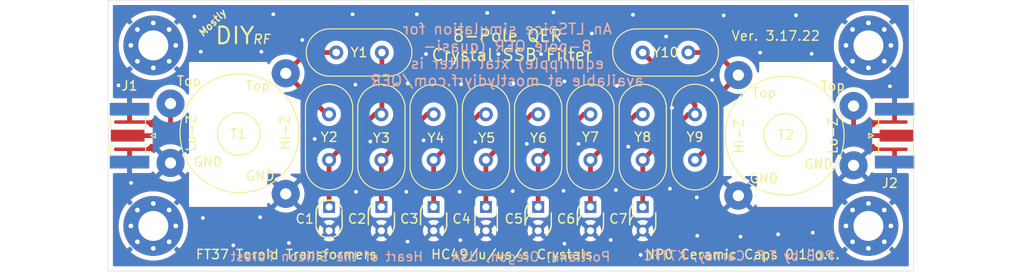
<source format=kicad_pcb>
(kicad_pcb (version 20211014) (generator pcbnew)
  (layers (0 "F.Cu" signal) (31 "B.Cu" signal) (34 "B.Paste" user) (35 "F.Paste" user) (36 "B.SilkS" user "B.Silkscreen") (37 "F.SilkS" user "F.Silkscreen") (38 "B.Mask" user) (39 "F.Mask" user) (44 "Edge.Cuts" user))
  (net 0 "")
  (net 1 "Net-(C1-Pad1)")
  (net 2 "GND")
  (net 3 "Net-(C2-Pad1)")
  (net 4 "Net-(C3-Pad1)")
  (net 5 "Net-(C4-Pad1)")
  (net 6 "Net-(C5-Pad1)")
  (net 7 "Net-(C6-Pad1)")
  (net 8 "Net-(C7-Pad1)")
  (net 9 "Net-(J1-Pad1)")
  (net 10 "Net-(J2-Pad1)")
  (net 11 "Net-(T1-Pad1)")
  (net 12 "Net-(T2-Pad1)")
  (footprint "Capacitor_THT:SR151A200JAR" (layer "F.Cu") (at 101.092 91.44 -90)
    (fp_text reference "C1" (at 0 2.6035 180) (layer "F.SilkS"))
    (fp_text value "C" hide)
    (fp_line (start -0.9652 -1.3716) (end 0.635 -1.397) (layer "F.SilkS") (width 0.1524))
    (fp_line (start -0.635 1.397) (end 0.635 1.397) (layer "F.SilkS") (width 0.1524))
    (fp_arc (start -1.8796 0.508) (mid -1.896372 -0.56817) (end -1.15979 -1.352945) (layer "F.SilkS") (width 0.1524))
    (fp_arc (start 0.635 -1.397) (mid 1.259148 -1.249819) (end 1.751782 -0.839289) (layer "F.SilkS") (width 0.1524))
    (fp_arc (start -0.635 1.397) (mid -1.182575 1.285212) (end -1.642516 0.96774) (layer "F.SilkS") (width 0.1524))
    (fp_arc (start 1.8288 -0.762) (mid 1.921791 0.595563) (end 0.814443 1.386389) (layer "F.SilkS") (width 0.1524))
    (fp_arc (start -0.635 1.397) (mid -1.422115 1.154148) (end -1.93557 0.510027) (layer "F.SilkS") (width 0.1524))
    (pad "1" thru_hole rect locked (at -1.27 0 270) (size 1.27 1.27) (drill 0.762) (layers *.Cu *.Mask) (net 1 "Net-(C1-Pad1)"))
    (pad "2" thru_hole circle locked (at 1.27 0 270) (size 1.27 1.27) (drill 0.762) (layers *.Cu *.Mask) (net 2 "GND"))
  )
  (footprint "Capacitor_THT:SR151A200JAR" (layer "F.Cu") (at 106.68 91.44 -90)
    (fp_text reference "C2" (at 0 2.6035 180) (layer "F.SilkS"))
    (fp_text value "C" hide)
    (fp_line (start -0.635 -1.397) (end 0.635 -1.397) (layer "F.SilkS") (width 0.1524))
    (fp_line (start -0.635 1.397) (end 0.635 1.397) (layer "F.SilkS") (width 0.1524))
    (fp_arc (start -0.635 1.397) (mid -1.182575 1.285212) (end -1.642516 0.96774) (layer "F.SilkS") (width 0.1524))
    (fp_arc (start -0.635 1.397) (mid -1.182575 1.285212) (end -1.642516 0.96774) (layer "F.SilkS") (width 0.1524))
    (fp_arc (start 0.635 -1.397) (mid 1.259148 -1.249819) (end 1.751782 -0.839289) (layer "F.SilkS") (width 0.1524))
    (pad "1" thru_hole rect locked (at -1.27 0 270) (size 1.27 1.27) (drill 0.762) (layers *.Cu *.Mask) (net 3 "Net-(C2-Pad1)"))
    (pad "2" thru_hole circle locked (at 1.27 0 270) (size 1.27 1.27) (drill 0.762) (layers *.Cu *.Mask) (net 2 "GND"))
  )
  (footprint "Capacitor_THT:SR151A200JAR" (layer "F.Cu") (at 112.268 91.44 -90)
    (fp_text reference "C3" (at 0 2.6035 180) (layer "F.SilkS"))
    (fp_text value "C" hide)
    (fp_line (start -0.635 -1.397) (end 0.635 -1.397) (layer "F.SilkS") (width 0.1524))
    (fp_line (start -0.635 1.397) (end 0.635 1.397) (layer "F.SilkS") (width 0.1524))
    (fp_arc (start -0.635 1.397) (mid -1.182575 1.285212) (end -1.642516 0.96774) (layer "F.SilkS") (width 0.1524))
    (fp_arc (start -0.635 1.397) (mid -1.182575 1.285212) (end -1.642516 0.96774) (layer "F.SilkS") (width 0.1524))
    (fp_arc (start 0.635 -1.397) (mid 1.259148 -1.249819) (end 1.751782 -0.839289) (layer "F.SilkS") (width 0.1524))
    (pad "1" thru_hole rect locked (at -1.27 0 270) (size 1.27 1.27) (drill 0.762) (layers *.Cu *.Mask) (net 4 "Net-(C3-Pad1)"))
    (pad "2" thru_hole circle locked (at 1.27 0 270) (size 1.27 1.27) (drill 0.762) (layers *.Cu *.Mask) (net 2 "GND"))
  )
  (footprint "Capacitor_THT:SR151A200JAR" (layer "F.Cu") (at 117.856 91.44 -90)
    (fp_text reference "C4" (at 0 2.6035 180) (layer "F.SilkS"))
    (fp_text value "C" hide)
    (fp_line (start -1.3208 1.1684) (end 1.4224 1.1684) (layer "F.SilkS") (width 0.1524))
    (fp_line (start -1.3208 -1.2192) (end 1.27 -1.2192) (layer "F.SilkS") (width 0.1524))
    (pad "1" thru_hole rect locked (at -1.27 0 270) (size 1.27 1.27) (drill 0.762) (layers *.Cu *.Mask) (net 5 "Net-(C4-Pad1)"))
    (pad "2" thru_hole circle locked (at 1.27 0 270) (size 1.27 1.27) (drill 0.762) (layers *.Cu *.Mask) (net 2 "GND"))
  )
  (footprint "Capacitor_THT:SR151A200JAR" (layer "F.Cu") (at 123.444 91.44 -90)
    (fp_text reference "C5" (at 0 2.6035 180) (layer "F.SilkS"))
    (fp_text value "C" hide)
    (fp_line (start -0.635 -1.397) (end 0.635 -1.397) (layer "F.SilkS") (width 0.1524))
    (fp_line (start -0.635 1.397) (end 0.635 1.397) (layer "F.SilkS") (width 0.1524))
    (fp_arc (start 0.635 -1.397) (mid 1.259148 -1.249819) (end 1.751782 -0.839289) (layer "F.SilkS") (width 0.1524))
    (fp_arc (start 0.635 1.397) (mid 0.010852 1.249819) (end -0.481782 0.839289) (layer "F.SilkS") (width 0.1524))
    (fp_arc (start -0.635 1.397) (mid -1.182575 1.285212) (end -1.642516 0.96774) (layer "F.SilkS") (width 0.1524))
    (fp_arc (start -0.635 1.397) (mid -1.182575 1.285212) (end -1.642516 0.96774) (layer "F.SilkS") (width 0.1524))
    (pad "1" thru_hole rect locked (at -1.27 0 270) (size 1.27 1.27) (drill 0.762) (layers *.Cu *.Mask) (net 6 "Net-(C5-Pad1)"))
    (pad "2" thru_hole circle locked (at 1.27 0 270) (size 1.27 1.27) (drill 0.762) (layers *.Cu *.Mask) (net 2 "GND"))
  )
  (footprint "Capacitor_THT:SR151A200JAR" (layer "F.Cu") (at 129.032 91.44 -90)
    (fp_text reference "C6" (at 0 2.6035 180) (layer "F.SilkS"))
    (fp_text value "C" hide)
    (fp_line (start -0.635 1.397) (end 0.635 1.397) (layer "F.SilkS") (width 0.1524))
    (fp_line (start -0.635 -1.397) (end 0.635 -1.397) (layer "F.SilkS") (width 0.1524))
    (fp_arc (start -0.635 1.397) (mid -1.182575 1.285212) (end -1.642516 0.96774) (layer "F.SilkS") (width 0.1524))
    (fp_arc (start 0.635 -1.397) (mid 1.259148 -1.249819) (end 1.751782 -0.839289) (layer "F.SilkS") (width 0.1524))
    (fp_arc (start -0.635 1.397) (mid -1.182575 1.285212) (end -1.642516 0.96774) (layer "F.SilkS") (width 0.1524))
    (fp_arc (start 0.635 1.397) (mid 0.010852 1.249819) (end -0.481782 0.839289) (layer "F.SilkS") (width 0.1524))
    (pad "1" thru_hole rect locked (at -1.27 0 270) (size 1.27 1.27) (drill 0.762) (layers *.Cu *.Mask) (net 7 "Net-(C6-Pad1)"))
    (pad "2" thru_hole circle locked (at 1.27 0 270) (size 1.27 1.27) (drill 0.762) (layers *.Cu *.Mask) (net 2 "GND"))
  )
  (footprint "Capacitor_THT:SR151A200JAR" (layer "F.Cu") (at 134.62 91.44 -90)
    (fp_text reference "C7" (at 0 2.6035 180) (layer "F.SilkS"))
    (fp_text value "C" hide)
    (fp_line (start -0.635 -1.397) (end 0.635 -1.397) (layer "F.SilkS") (width 0.1524))
    (fp_line (start -0.635 1.397) (end 0.635 1.397) (layer "F.SilkS") (width 0.1524))
    (fp_arc (start 0.635 -1.397) (mid 1.259148 -1.249819) (end 1.751782 -0.839289) (layer "F.SilkS") (width 0.1524))
    (fp_arc (start 0.635 1.397) (mid 0.010852 1.249819) (end -0.481782 0.839289) (layer "F.SilkS") (width 0.1524))
    (fp_arc (start -0.635 1.397) (mid -1.182575 1.285212) (end -1.642516 0.96774) (layer "F.SilkS") (width 0.1524))
    (fp_arc (start -0.635 1.397) (mid -1.182575 1.285212) (end -1.642516 0.96774) (layer "F.SilkS") (width 0.1524))
    (pad "1" thru_hole rect locked (at -1.27 0 270) (size 1.27 1.27) (drill 0.762) (layers *.Cu *.Mask) (net 8 "Net-(C7-Pad1)"))
    (pad "2" thru_hole circle locked (at 1.27 0 270) (size 1.27 1.27) (drill 0.762) (layers *.Cu *.Mask) (net 2 "GND"))
  )
  (footprint "Connector_Coaxial:SMA_Samtec_SMA-J-P-X-ST-EM1_EdgeMount" (layer "F.Cu") (at 79.756 82.55 -90)
    (fp_text reference "J1" (at -5.334 0) (layer "F.SilkS"))
    (fp_text value "Conn_Coaxial")
    (fp_line (start 0.84 2) (end 1.95 2) (layer "F.SilkS") (width 0.12))
    (fp_line (start -1.95 2) (end -0.84 2) (layer "F.SilkS") (width 0.12))
    (fp_line (start -0.25 -2.76) (end 0 -2.26) (layer "F.SilkS") (width 0.12))
    (fp_line (start 0 -2.26) (end 0.25 -2.76) (layer "F.SilkS") (width 0.12))
    (fp_line (start 0.84 -1.71) (end 1.95 -1.71) (layer "F.SilkS") (width 0.12))
    (fp_line (start 0.25 -2.76) (end -0.25 -2.76) (layer "F.SilkS") (width 0.12))
    (fp_line (start -1.95 -1.71) (end -0.84 -1.71) (layer "F.SilkS") (width 0.12))
    (pad "1" smd rect locked (at 0 0.2 270) (size 1.27 3.6) (layers "F.Cu" "F.Paste" "F.Mask") (net 9 "Net-(J1-Pad1)"))
    (pad "2" smd rect locked (at 2.825 0 270) (size 1.35 4.2) (layers "B.Cu" "B.Paste" "B.Mask") (net 2 "GND"))
    (pad "2" smd rect locked (at -2.825 0 270) (size 1.35 4.2) (layers "F.Cu" "F.Paste" "F.Mask") (net 2 "GND"))
    (pad "2" smd rect locked (at -2.825 0 270) (size 1.35 4.2) (layers "B.Cu" "B.Paste" "B.Mask") (net 2 "GND"))
    (pad "2" smd rect locked (at 2.825 0 270) (size 1.35 4.2) (layers "F.Cu" "F.Paste" "F.Mask") (net 2 "GND"))
  )
  (footprint "Connector_Coaxial:SMA_Samtec_SMA-J-P-X-ST-EM1_EdgeMount" (layer "F.Cu") (at 161.544 82.55 90)
    (fp_text reference "J2" (at -5.08 -0.508) (layer "F.SilkS"))
    (fp_text value "Conn_Coaxial")
    (fp_line (start 0.84 2) (end 1.95 2) (layer "F.SilkS") (width 0.12))
    (fp_line (start 0 -2.26) (end 0.25 -2.76) (layer "F.SilkS") (width 0.12))
    (fp_line (start 0.25 -2.76) (end -0.25 -2.76) (layer "F.SilkS") (width 0.12))
    (fp_line (start 0.84 -1.71) (end 1.95 -1.71) (layer "F.SilkS") (width 0.12))
    (fp_line (start -0.25 -2.76) (end 0 -2.26) (layer "F.SilkS") (width 0.12))
    (fp_line (start -1.95 2) (end -0.84 2) (layer "F.SilkS") (width 0.12))
    (fp_line (start -1.95 -1.71) (end -0.84 -1.71) (layer "F.SilkS") (width 0.12))
    (pad "1" smd rect locked (at 0 0.2 90) (size 1.27 3.6) (layers "F.Cu" "F.Paste" "F.Mask") (net 10 "Net-(J2-Pad1)"))
    (pad "2" smd rect locked (at -2.825 0 90) (size 1.35 4.2) (layers "B.Cu" "B.Paste" "B.Mask") (net 2 "GND"))
    (pad "2" smd rect locked (at -2.825 0 90) (size 1.35 4.2) (layers "F.Cu" "F.Paste" "F.Mask") (net 2 "GND"))
    (pad "2" smd rect locked (at 2.825 0 90) (size 1.35 4.2) (layers "B.Cu" "B.Paste" "B.Mask") (net 2 "GND"))
    (pad "2" smd rect locked (at 2.825 0 90) (size 1.35 4.2) (layers "F.Cu" "F.Paste" "F.Mask") (net 2 "GND"))
  )
  (footprint "Transformer_THT:K7TFC_Impedance_Transformer_T37_Horiz" (layer "F.Cu") (at 90.424 82.296 90)
    (fp_text reference "T1" (at -0.0635 0.9525) (layer "F.SilkS"))
    (fp_text value "Transformer_1P_1S")
    (fp_text user "Lo-Z" (at 0 -4.064 90) (layer "F.SilkS"))
    (fp_text user "Hi-Z" (at 0.0635 5.969 90) (layer "F.SilkS"))
    (fp_circle (center -0.0635 1.016) (end 2.2225 1.016) (layer "F.SilkS") (width 0.12) (fill none))
    (fp_circle (center -0.0025 1.0795) (end 6.3475 1.0795) (layer "F.SilkS") (width 0.12) (fill none))
    (pad "1" thru_hole circle locked (at 6.4135 6.0325 90) (size 2.999999 2.999999) (drill 1.2) (layers *.Cu *.Mask) (net 11 "Net-(T1-Pad1)"))
    (pad "2" thru_hole circle locked (at -6.477 6.0325 90) (size 2.999999 2.999999) (drill 1.2) (layers *.Cu *.Mask) (net 2 "GND"))
    (pad "3" thru_hole circle locked (at -3.175 -6.2865 90) (size 2.999999 2.999999) (drill 1.2) (layers *.Cu *.Mask) (net 2 "GND"))
    (pad "4" thru_hole circle locked (at 3.175 -6.2865 90) (size 2.999999 2.999999) (drill 1.2) (layers *.Cu *.Mask) (net 9 "Net-(J1-Pad1)"))
  )
  (footprint "Transformer_THT:K7TFC_Impedance_Transformer_T37_Horiz" (layer "F.Cu") (at 150.876 82.55 -90)
    (fp_text reference "T2" (at -0.0635 0.9525 180) (layer "F.SilkS"))
    (fp_text value "Transformer_1P_1S")
    (fp_text user "Lo-Z" (at 0 -4.064 90) (layer "F.SilkS"))
    (fp_text user "Hi-Z" (at 0.0635 5.969 90) (layer "F.SilkS"))
    (fp_circle (center -0.0025 1.0795) (end 6.3475 1.0795) (layer "F.SilkS") (width 0.12) (fill none))
    (fp_circle (center -0.0635 1.016) (end 2.2225 1.016) (layer "F.SilkS") (width 0.12) (fill none))
    (pad "1" thru_hole circle locked (at -6.477 6.0325 270) (size 3 3) (drill 1.2) (layers *.Cu *.Mask) (net 12 "Net-(T2-Pad1)"))
    (pad "2" thru_hole circle locked (at 6.4135 6.0325 270) (size 3 3) (drill 1.2) (layers *.Cu *.Mask) (net 2 "GND"))
    (pad "3" thru_hole circle locked (at 3.175 -6.2865 270) (size 2.999999 2.999999) (drill 1.2) (layers *.Cu *.Mask) (net 2 "GND"))
    (pad "4" thru_hole circle locked (at -3.175 -6.2865 270) (size 2.999999 2.999999) (drill 1.2) (layers *.Cu *.Mask) (net 10 "Net-(J2-Pad1)"))
  )
  (footprint "Crystal:Crystal_HC49-U_Vertical" (layer "F.Cu") (at 101.854 73.66)
    (fp_text reference "Y1" (at 2.44 0) (layer "F.SilkS"))
    (fp_text value "Crystal")
    (fp_line (start -0.685 2.525) (end 5.565 2.525) (layer "F.SilkS") (width 0.12))
    (fp_line (start -0.685 -2.525) (end 5.565 -2.525) (layer "F.SilkS") (width 0.12))
    (fp_arc (start -0.685 2.525) (mid -3.21 0) (end -0.685 -2.525) (layer "F.SilkS") (width 0.12))
    (fp_arc (start 5.565 -2.525) (mid 8.09 0) (end 5.565 2.525) (layer "F.SilkS") (width 0.12))
    (pad "1" thru_hole circle locked (at 0 0) (size 1.5 1.5) (drill 0.8) (layers *.Cu *.Mask) (net 11 "Net-(T1-Pad1)"))
    (pad "2" thru_hole circle locked (at 4.88 0) (size 1.5 1.5) (drill 0.8) (layers *.Cu *.Mask) (net 1 "Net-(C1-Pad1)"))
  )
  (footprint "Crystal:Crystal_HC49-U_Vertical" (layer "F.Cu") (at 101.092 80.264 -90)
    (fp_text reference "Y2" (at 2.44 0 180) (layer "F.SilkS"))
    (fp_text value "Crystal")
    (fp_line (start -0.685 -2.525) (end 5.565 -2.525) (layer "F.SilkS") (width 0.12))
    (fp_line (start -0.685 2.525) (end 5.565 2.525) (layer "F.SilkS") (width 0.12))
    (fp_arc (start 5.565 -2.525) (mid 8.09 0) (end 5.565 2.525) (layer "F.SilkS") (width 0.12))
    (fp_arc (start -0.685 2.525) (mid -3.21 0) (end -0.685 -2.525) (layer "F.SilkS") (width 0.12))
    (pad "1" thru_hole circle locked (at 0 0 270) (size 1.5 1.5) (drill 0.8) (layers *.Cu *.Mask) (net 11 "Net-(T1-Pad1)"))
    (pad "2" thru_hole circle locked (at 4.88 0 270) (size 1.5 1.5) (drill 0.8) (layers *.Cu *.Mask) (net 1 "Net-(C1-Pad1)"))
  )
  (footprint "Crystal:Crystal_HC49-U_Vertical" (layer "F.Cu") (at 106.68 80.264 -90)
    (fp_text reference "Y3" (at 2.54 0 180) (layer "F.SilkS"))
    (fp_text value "Crystal")
    (fp_line (start -0.685 -2.525) (end 5.565 -2.525) (layer "F.SilkS") (width 0.12))
    (fp_line (start -0.685 2.525) (end 5.565 2.525) (layer "F.SilkS") (width 0.12))
    (fp_arc (start 5.565 -2.525) (mid 8.09 0) (end 5.565 2.525) (layer "F.SilkS") (width 0.12))
    (fp_arc (start -0.685 2.525) (mid -3.21 0) (end -0.685 -2.525) (layer "F.SilkS") (width 0.12))
    (pad "1" thru_hole circle locked (at 0 0 270) (size 1.5 1.5) (drill 0.8) (layers *.Cu *.Mask) (net 1 "Net-(C1-Pad1)"))
    (pad "2" thru_hole circle locked (at 4.88 0 270) (size 1.5 1.5) (drill 0.8) (layers *.Cu *.Mask) (net 3 "Net-(C2-Pad1)"))
  )
  (footprint "Crystal:Crystal_HC49-U_Vertical" (layer "F.Cu") (at 112.268 80.264 -90)
    (fp_text reference "Y4" (at 2.54 -0.243001 180) (layer "F.SilkS"))
    (fp_text value "Crystal")
    (fp_line (start -0.685 -2.525) (end 5.565 -2.525) (layer "F.SilkS") (width 0.12))
    (fp_line (start -0.685 2.525) (end 5.565 2.525) (layer "F.SilkS") (width 0.12))
    (fp_arc (start -0.685 2.525) (mid -3.21 0) (end -0.685 -2.525) (layer "F.SilkS") (width 0.12))
    (fp_arc (start 5.565 -2.525) (mid 8.09 0) (end 5.565 2.525) (layer "F.SilkS") (width 0.12))
    (pad "1" thru_hole circle locked (at 0 0 270) (size 1.5 1.5) (drill 0.8) (layers *.Cu *.Mask) (net 3 "Net-(C2-Pad1)"))
    (pad "2" thru_hole circle locked (at 4.88 0 270) (size 1.5 1.5) (drill 0.8) (layers *.Cu *.Mask) (net 4 "Net-(C3-Pad1)"))
  )
  (footprint "Crystal:Crystal_HC49-U_Vertical" (layer "F.Cu") (at 117.856 80.264 -90)
    (fp_text reference "Y5" (at 2.536999 -0.081001 180) (layer "F.SilkS"))
    (fp_text value "Crystal")
    (fp_line (start -0.685 2.525) (end 5.565 2.525) (layer "F.SilkS") (width 0.12))
    (fp_line (start -0.685 -2.525) (end 5.565 -2.525) (layer "F.SilkS") (width 0.12))
    (fp_arc (start -0.685 2.525) (mid -3.21 0) (end -0.685 -2.525) (layer "F.SilkS") (width 0.12))
    (fp_arc (start 5.565 -2.525) (mid 8.09 0) (end 5.565 2.525) (layer "F.SilkS") (width 0.12))
    (pad "1" thru_hole circle locked (at 0 0 270) (size 1.5 1.5) (drill 0.8) (layers *.Cu *.Mask) (net 4 "Net-(C3-Pad1)"))
    (pad "2" thru_hole circle locked (at 4.88 0 270) (size 1.5 1.5) (drill 0.8) (layers *.Cu *.Mask) (net 5 "Net-(C4-Pad1)"))
  )
  (footprint "Crystal:Crystal_HC49-U_Vertical" (layer "F.Cu") (at 123.444 80.264 -90)
    (fp_text reference "Y6" (at 2.54 -0.035001 180) (layer "F.SilkS"))
    (fp_text value "Crystal")
    (fp_line (start -0.685 -2.525) (end 5.565 -2.525) (layer "F.SilkS") (width 0.12))
    (fp_line (start -0.685 2.525) (end 5.565 2.525) (layer "F.SilkS") (width 0.12))
    (fp_arc (start 5.565 -2.525) (mid 8.09 0) (end 5.565 2.525) (layer "F.SilkS") (width 0.12))
    (fp_arc (start -0.685 2.525) (mid -3.21 0) (end -0.685 -2.525) (layer "F.SilkS") (width 0.12))
    (pad "1" thru_hole circle locked (at 0 0 270) (size 1.5 1.5) (drill 0.8) (layers *.Cu *.Mask) (net 5 "Net-(C4-Pad1)"))
    (pad "2" thru_hole circle locked (at 4.88 0 270) (size 1.5 1.5) (drill 0.8) (layers *.Cu *.Mask) (net 6 "Net-(C5-Pad1)"))
  )
  (footprint "Crystal:Crystal_HC49-U_Vertical" (layer "F.Cu") (at 129.032 80.264 -90)
    (fp_text reference "Y7" (at 2.44 0 180) (layer "F.SilkS"))
    (fp_text value "Crystal")
    (fp_line (start -0.685 -2.525) (end 5.565 -2.525) (layer "F.SilkS") (width 0.12))
    (fp_line (start -0.685 2.525) (end 5.565 2.525) (layer "F.SilkS") (width 0.12))
    (fp_arc (start -0.685 2.525) (mid -3.21 0) (end -0.685 -2.525) (layer "F.SilkS") (width 0.12))
    (fp_arc (start 5.565 -2.525) (mid 8.09 0) (end 5.565 2.525) (layer "F.SilkS") (width 0.12))
    (pad "1" thru_hole circle locked (at 0 0 270) (size 1.5 1.5) (drill 0.8) (layers *.Cu *.Mask) (net 6 "Net-(C5-Pad1)"))
    (pad "2" thru_hole circle locked (at 4.88 0 270) (size 1.5 1.5) (drill 0.8) (layers *.Cu *.Mask) (net 7 "Net-(C6-Pad1)"))
  )
  (footprint "Crystal:Crystal_HC49-U_Vertical" (layer "F.Cu") (at 134.62 80.264 -90)
    (fp_text reference "Y8" (at 2.44 0 180) (layer "F.SilkS"))
    (fp_text value "Crystal")
    (fp_line (start -0.685 -2.525) (end 5.565 -2.525) (layer "F.SilkS") (width 0.12))
    (fp_line (start -0.685 2.525) (end 5.565 2.525) (layer "F.SilkS") (width 0.12))
    (fp_arc (start 5.565 -2.525) (mid 8.09 0) (end 5.565 2.525) (layer "F.SilkS") (width 0.12))
    (fp_arc (start -0.685 2.525) (mid -3.21 0) (end -0.685 -2.525) (layer "F.SilkS") (width 0.12))
    (pad "1" thru_hole circle locked (at 0 0 270) (size 1.5 1.5) (drill 0.8) (layers *.Cu *.Mask) (net 7 "Net-(C6-Pad1)"))
    (pad "2" thru_hole circle locked (at 4.88 0 270) (size 1.5 1.5) (drill 0.8) (layers *.Cu *.Mask) (net 8 "Net-(C7-Pad1)"))
  )
  (footprint "Crystal:Crystal_HC49-U_Vertical" (layer "F.Cu") (at 140.208 80.264 -90)
    (fp_text reference "Y9" (at 2.44 0 180) (layer "F.SilkS"))
    (fp_text value "Crystal")
    (fp_line (start -0.685 -2.525) (end 5.565 -2.525) (layer "F.SilkS") (width 0.12))
    (fp_line (start -0.685 2.525) (end 5.565 2.525) (layer "F.SilkS") (width 0.12))
    (fp_arc (start -0.685 2.525) (mid -3.21 0) (end -0.685 -2.525) (layer "F.SilkS") (width 0.12))
    (fp_arc (start 5.565 -2.525) (mid 8.09 0) (end 5.565 2.525) (layer "F.SilkS") (width 0.12))
    (pad "1" thru_hole circle locked (at 0 0 270) (size 1.5 1.5) (drill 0.8) (layers *.Cu *.Mask) (net 8 "Net-(C7-Pad1)"))
    (pad "2" thru_hole circle locked (at 4.88 0 270) (size 1.5 1.5) (drill 0.8) (layers *.Cu *.Mask) (net 12 "Net-(T2-Pad1)"))
  )
  (footprint "Crystal:Crystal_HC49-U_Vertical" (layer "F.Cu") (at 134.62 73.66)
    (fp_text reference "Y10" (at 2.44 0) (layer "F.SilkS"))
    (fp_text value "Crystal")
    (fp_line (start -0.685 2.525) (end 5.565 2.525) (layer "F.SilkS") (width 0.12))
    (fp_line (start -0.685 -2.525) (end 5.565 -2.525) (layer "F.SilkS") (width 0.12))
    (fp_arc (start -0.685 2.525) (mid -3.21 0) (end -0.685 -2.525) (layer "F.SilkS") (width 0.12))
    (fp_arc (start 5.565 -2.525) (mid 8.09 0) (end 5.565 2.525) (layer "F.SilkS") (width 0.12))
    (pad "1" thru_hole circle locked (at 0 0) (size 1.5 1.5) (drill 0.8) (layers *.Cu *.Mask) (net 8 "Net-(C7-Pad1)"))
    (pad "2" thru_hole circle locked (at 4.88 0) (size 1.5 1.5) (drill 0.8) (layers *.Cu *.Mask) (net 12 "Net-(T2-Pad1)"))
  )
  (footprint "MountingHole:MountingHole_3.2mm_M3_Pad_Via" (layer "F.Cu") (at 82.296 72.898)
    (fp_text reference "REF**" hide)
    (fp_text value "MountingHole_3.2mm_M3_Pad_Via" hide)
    (pad "1" thru_hole circle locked (at 0 -2.4) (size 0.8 0.8) (drill 0.5) (layers *.Cu *.Mask))
    (pad "1" thru_hole circle locked (at -2.4 0) (size 0.8 0.8) (drill 0.5) (layers *.Cu *.Mask))
    (pad "1" thru_hole circle locked (at -1.697056 -1.697056) (size 0.8 0.8) (drill 0.5) (layers *.Cu *.Mask))
    (pad "1" thru_hole circle locked (at -1.697056 1.697056) (size 0.8 0.8) (drill 0.5) (layers *.Cu *.Mask))
    (pad "1" thru_hole circle locked (at 0 0) (size 6.4 6.4) (drill 3.200001) (layers *.Cu *.Mask) (net 2 "GND"))
    (pad "1" thru_hole circle locked (at 1.697056 1.697056) (size 0.8 0.8) (drill 0.5) (layers *.Cu *.Mask))
    (pad "1" thru_hole circle locked (at 1.697056 -1.697056) (size 0.8 0.8) (drill 0.5) (layers *.Cu *.Mask))
    (pad "1" thru_hole circle locked (at 0 2.4) (size 0.8 0.8) (drill 0.5) (layers *.Cu *.Mask))
    (pad "1" thru_hole circle locked (at 2.4 0) (size 0.8 0.8) (drill 0.5) (layers *.Cu *.Mask))
  )
  (footprint "MountingHole:MountingHole_3.2mm_M3_Pad_Via" (layer "F.Cu") (at 82.296 92.202)
    (fp_text reference "REF**" hide)
    (fp_text value "MountingHole_3.2mm_M3_Pad_Via")
    (pad "1" thru_hole circle locked (at -1.697056 -1.697056) (size 0.8 0.8) (drill 0.5) (layers *.Cu *.Mask))
    (pad "1" thru_hole circle locked (at 2.4 0) (size 0.8 0.8) (drill 0.5) (layers *.Cu *.Mask))
    (pad "1" thru_hole circle locked (at -2.4 0) (size 0.8 0.8) (drill 0.5) (layers *.Cu *.Mask))
    (pad "1" thru_hole circle locked (at 1.697056 1.697056) (size 0.8 0.8) (drill 0.5) (layers *.Cu *.Mask))
    (pad "1" thru_hole circle locked (at 0 0) (size 6.4 6.4) (drill 3.200001) (layers *.Cu *.Mask) (net 2 "GND"))
    (pad "1" thru_hole circle locked (at 1.697056 -1.697056) (size 0.8 0.8) (drill 0.5) (layers *.Cu *.Mask))
    (pad "1" thru_hole circle locked (at 0 2.4) (size 0.8 0.8) (drill 0.5) (layers *.Cu *.Mask))
    (pad "1" thru_hole circle locked (at 0 -2.4) (size 0.8 0.8) (drill 0.5) (layers *.Cu *.Mask))
    (pad "1" thru_hole circle locked (at -1.697056 1.697056) (size 0.8 0.8) (drill 0.5) (layers *.Cu *.Mask))
  )
  (footprint "MountingHole:MountingHole_3.2mm_M3_Pad_Via" (layer "F.Cu") (at 158.75 92.202)
    (fp_text reference "REF**" hide)
    (fp_text value "MountingHole_3.2mm_M3_Pad_Via")
    (pad "1" thru_hole circle locked (at 2.4 0) (size 0.8 0.8) (drill 0.5) (layers *.Cu *.Mask))
    (pad "1" thru_hole circle locked (at -1.697056 -1.697056) (size 0.8 0.8) (drill 0.5) (layers *.Cu *.Mask))
    (pad "1" thru_hole circle locked (at -2.4 0) (size 0.8 0.8) (drill 0.5) (layers *.Cu *.Mask))
    (pad "1" thru_hole circle locked (at 1.697056 -1.697056) (size 0.8 0.8) (drill 0.5) (layers *.Cu *.Mask))
    (pad "1" thru_hole circle locked (at 0 0) (size 6.4 6.4) (drill 3.200001) (layers *.Cu *.Mask) (net 2 "GND"))
    (pad "1" thru_hole circle locked (at 1.697056 1.697056) (size 0.8 0.8) (drill 0.5) (layers *.Cu *.Mask))
    (pad "1" thru_hole circle locked (at 0 2.4) (size 0.8 0.8) (drill 0.5) (layers *.Cu *.Mask))
    (pad "1" thru_hole circle locked (at -1.697056 1.697056) (size 0.8 0.8) (drill 0.5) (layers *.Cu *.Mask))
    (pad "1" thru_hole circle locked (at 0 -2.4) (size 0.8 0.8) (drill 0.5) (layers *.Cu *.Mask))
  )
  (footprint "MountingHole:MountingHole_3.2mm_M3_Pad_Via" (layer "F.Cu") (at 158.75 72.898)
    (fp_text reference "REF**" hide)
    (fp_text value "MountingHole_3.2mm_M3_Pad_Via")
    (pad "1" thru_hole circle locked (at -1.697056 1.697056) (size 0.8 0.8) (drill 0.5) (layers *.Cu *.Mask))
    (pad "1" thru_hole circle locked (at 2.4 0) (size 0.8 0.8) (drill 0.5) (layers *.Cu *.Mask))
    (pad "1" thru_hole circle locked (at -1.697056 -1.697056) (size 0.8 0.8) (drill 0.5) (layers *.Cu *.Mask))
    (pad "1" thru_hole circle locked (at 1.697056 1.697056) (size 0.8 0.8) (drill 0.5) (layers *.Cu *.Mask))
    (pad "1" thru_hole circle locked (at 1.697056 -1.697056) (size 0.8 0.8) (drill 0.5) (layers *.Cu *.Mask))
    (pad "1" thru_hole circle locked (at 0 -2.4) (size 0.8 0.8) (drill 0.5) (layers *.Cu *.Mask))
    (pad "1" thru_hole circle locked (at -2.4 0) (size 0.8 0.8) (drill 0.5) (layers *.Cu *.Mask))
    (pad "1" thru_hole circle locked (at 0 2.4) (size 0.8 0.8) (drill 0.5) (layers *.Cu *.Mask))
    (pad "1" thru_hole circle locked (at 0 0) (size 6.4 6.4) (drill 3.200001) (layers *.Cu *.Mask) (net 2 "GND"))
  )
  (gr_line (start 77.47 97.028) (end 77.47 68.072) (layer "Edge.Cuts") (width 0.05))
  (gr_line (start 163.576 97.028) (end 77.47 97.028) (layer "Edge.Cuts") (width 0.05))
  (gr_line (start 163.576 68.072) (end 163.576 97.028) (layer "Edge.Cuts") (width 0.05))
  (gr_line (start 77.47 68.072) (end 163.576 68.072) (layer "Edge.Cuts") (width 0.05))
  (gr_text "PCB by T.F. Carney, K7TFC" (at 144.9 95.4) (layer "B.SilkS") (effects (font (size 1 1)) (justify mirror)))
  (gr_text "Portland, Oregon, USA" (at 122.7 95.5) (layer "B.SilkS") (effects (font (size 1 1)) (justify mirror)))
  (gr_text "An LTSpice simulation for\n8-pole QER (quasi-\nequiripple) xtal filter is\navailable at mostlydiyrf.com/QER" (at 120.142 73.914) (layer "B.SilkS") (effects (font (size 1.143 1.143) (thickness 0.1651)) (justify mirror)))
  (gr_text "Heart of the Silicon Forest" (at 100.85 95.475) (layer "B.SilkS") (effects (font (size 1 1)) (justify mirror)))
  (gr_text "GND" (at 88.138 85.344) (layer "F.SilkS") (effects (font (size 1 1))))
  (gr_text "Top" (at 86.106 76.708) (layer "F.SilkS") (effects (font (size 1 1))))
  (gr_text "Top" (at 147.574 77.978) (layer "F.SilkS") (effects (font (size 1 1))))
  (gr_text "Top" (at 154.94 77.216) (layer "F.SilkS") (effects (font (size 1 1))))
  (gr_text "GND" (at 153.416 85.598) (layer "F.SilkS") (effects (font (size 1 1))))
  (gr_text "GND" (at 147.574 87.122) (layer "F.SilkS") (effects (font (size 1 1))))
  (gr_text "DIY" (at 91.0082 71.8566) (layer "F.SilkS") (effects (font (size 1.778 1.778) (thickness 0.2286))))
  (gr_text "FT37 Toroid Transformers" (at 96.52 95.25) (layer "F.SilkS") (effects (font (size 1 1))))
  (gr_text "NP0 Ceramic Caps 0.1\"o.c." (at 145.288 95.25) (layer "F.SilkS") (effects (font (size 1 1))))
  (gr_text "RF" (at 93.8784 72.263) (layer "F.SilkS") (effects (font (size 1 1) (thickness 0.15) italic)))
  (gr_text "8-Pole QER \nCrystal SSB Filter" (at 120.65 72.898) (layer "F.SilkS") (effects (font (size 1.27 1.27) (thickness 0.1778))))
  (gr_text "Mostly" (at 88.6206 70.485 45) (layer "F.SilkS") (effects (font (size 0.762 0.762) (thickness 0.1524) italic)))
  (gr_text "Top" (at 93.472 77.216) (layer "F.SilkS") (effects (font (size 1 1))))
  (gr_text "Ver. 3.17.22" (at 148.844 71.882) (layer "F.SilkS") (effects (font (size 1.016 1.016) (thickness 0.1397))))
  (gr_text "GND" (at 93.726 86.868) (layer "F.SilkS") (effects (font (size 1 1))))
  (gr_text "HC49/u/us/s Crystals" (at 120.65 95.25) (layer "F.SilkS") (effects (font (size 1 1))))
  (segment (start 106.734 80.21) (end 106.68 80.264) (width 1.016) (layer "F.Cu") (net 1))
  (segment (start 101.092 85.144) (end 101.092 90.17) (width 0.508) (layer "F.Cu") (net 1))
  (segment (start 106.734 73.66) (end 106.734 80.21) (width 0.508) (layer "F.Cu") (net 1))
  (segment (start 105.972 80.264) (end 101.092 85.144) (width 0.508) (layer "F.Cu") (net 1))
  (segment (start 106.68 80.264) (end 105.972 80.264) (width 0.508) (layer "F.Cu") (net 1))
  (via (at 127.75 83.425) (size 0.8) (drill 0.4) (layers "F.Cu" "B.Cu") (net 2))
  (via (at 151 69.675) (size 0.8) (drill 0.4) (layers "F.Cu" "B.Cu") (net 2))
  (via (at 78.575 77.175) (size 0.8) (drill 0.4) (layers "F.Cu" "B.Cu") (net 2))
  (via (at 152.8 92.925) (size 0.8) (drill 0.4) (layers "F.Cu" "B.Cu") (net 2))
  (via (at 87.6 91.35) (size 0.8) (drill 0.4) (layers "F.Cu" "B.Cu") (net 2))
  (via (at 120.725 88.475) (size 0.8) (drill 0.4) (layers "F.Cu" "B.Cu") (net 2))
  (via (at 142.05 76.6) (size 0.8) (drill 0.4) (layers "F.Cu" "B.Cu") (net 2))
  (via (at 145.075 93.35) (size 0.8) (drill 0.4) (layers "F.Cu" "B.Cu") (net 2))
  (via (at 120.8 76.975) (size 0.8) (drill 0.4) (layers "F.Cu" "B.Cu") (net 2))
  (via (at 96.8 94.025) (size 0.8) (drill 0.4) (layers "F.Cu" "B.Cu") (net 2))
  (via (at 137.525 88.225) (size 0.8) (drill 0.4) (layers "F.Cu" "B.Cu") (net 2))
  (via (at 103.6 69.575) (size 0.8) (drill 0.4) (layers "F.Cu" "B.Cu") (net 2))
  (via (at 140.45 93.25) (size 0.8) (drill 0.4) (layers "F.Cu" "B.Cu") (net 2))
  (via (at 119.2 73.825) (size 0.8) (drill 0.4) (layers "F.Cu" "B.Cu") (net 2))
  (via (at 103.975 88.55) (size 0.8) (drill 0.4) (layers "F.Cu" "B.Cu") (net 2))
  (via (at 79.925 87.6) (size 0.8) (drill 0.4) (layers "F.Cu" "B.Cu") (net 2))
  (via (at 133.075 83.725) (size 0.8) (drill 0.4) (layers "F.Cu" "B.Cu") (net 2))
  (via (at 115.2 77.05) (size 0.8) (drill 0.4) (layers "F.Cu" "B.Cu") (net 2))
  (via (at 129.175 71.625) (size 0.8) (drill 0.4) (layers "F.Cu" "B.Cu") (net 2))
  (via (at 118 69.425) (size 0.8) (drill 0.4) (layers "F.Cu" "B.Cu") (net 2))
  (via (at 95.125 69.575) (size 0.8) (drill 0.4) (layers "F.Cu" "B.Cu") (net 2))
  (via (at 86.7 69.8) (size 0.8) (drill 0.4) (layers "F.Cu" "B.Cu") (net 2))
  (via (at 116.725 83.225) (size 0.8) (drill 0.4) (layers "F.Cu" "B.Cu") (net 2))
  (via (at 137.75 79.575) (size 0.8) (drill 0.4) (layers "F.Cu" "B.Cu") (net 2))
  (via (at 126.15 88.45) (size 0.8) (drill 0.4) (layers "F.Cu" "B.Cu") (net 2))
  (via (at 115.125 93.725) (size 0.8) (drill 0.4) (layers "F.Cu" "B.Cu") (net 2))
  (via (at 111.2 83.05) (size 0.8) (drill 0.4) (layers "F.Cu" "B.Cu") (net 2))
  (via (at 87.375 73.575) (size 0.8) (drill 0.4) (layers "F.Cu" "B.Cu") (net 2))
  (via (at 161.05 77.275) (size 0.8) (drill 0.4) (layers "F.Cu" "B.Cu") (net 2))
  (via (at 90.85 94.275) (size 0.8) (drill 0.4) (layers "F.Cu" "B.Cu") (net 2))
  (via (at 98.225 72.325) (size 0.8) (drill 0.4) (layers "F.Cu" "B.Cu") (net 2))
  (via (at 140.4 89.15) (size 0.8) (drill 0.4) (layers "F.Cu" "B.Cu") (net 2))
  (via (at 109.5 76.975) (size 0.8) (drill 0.4) (layers "F.Cu" "B.Cu") (net 2))
  (via (at 126.25 94.1) (size 0.8) (drill 0.4) (layers "F.Cu" "B.Cu") (net 2))
  (via (at 115.05 88.55) (size 0.8) (drill 0.4) (layers "F.Cu" "B.Cu") (net 2))
  (via (at 93.725 91.275) (size 0.8) (drill 0.4) (layers "F.Cu" "B.Cu") (net 2))
  (via (at 111.45 73.825) (size 0.8) (drill 0.4) (layers "F.Cu" "B.Cu") (net 2))
  (via (at 99.55 82.9) (size 0.8) (drill 0.4) (layers "F.Cu" "B.Cu") (net 2))
  (via (at 126.25 76.75) (size 0.8) (drill 0.4) (layers "F.Cu" "B.Cu") (net 2))
  (via (at 123.75 73.825) (size 0.8) (drill 0.4) (layers "F.Cu" "B.Cu") (net 2))
  (via (at 137.125 71.95) (size 0.8) (drill 0.4) (layers "F.Cu" "B.Cu") (net 2))
  (via (at 131.2 93.7) (size 0.8) (drill 0.4) (layers "F.Cu" "B.Cu") (net 2))
  (via (at 149.1 93.1) (size 0.8) (drill 0.4) (layers "F.Cu" "B.Cu") (net 2))
  (via (at 143.275 69.7) (size 0.8) (drill 0.4) (layers "F.Cu" "B.Cu") (net 2))
  (via (at 105.5 83.175) (size 0.8) (drill 0.4) (layers "F.Cu" "B.Cu") (net 2))
  (via (at 109.35 88.55) (size 0.8) (drill 0.4) (layers "F.Cu" "B.Cu") (net 2))
  (via (at 133.575 69.625) (size 0.8) (drill 0.4) (layers "F.Cu" "B.Cu") (net 2))
  (via (at 93.85 73.575) (size 0.8) (drill 0.4) (layers "F.Cu" "B.Cu") (net 2))
  (via (at 109.475 93.875) (size 0.8) (drill 0.4) (layers "F.Cu" "B.Cu") (net 2))
  (via (at 134.4 95.3) (size 0.8) (drill 0.4) (layers "F.Cu" "B.Cu") (net 2))
  (via (at 125.075 69.375) (size 0.8) (drill 0.4) (layers "F.Cu" "B.Cu") (net 2))
  (via (at 131.75 88.35) (size 0.8) (drill 0.4) (layers "F.Cu" "B.Cu") (net 2))
  (via (at 122.225 83.425) (size 0.8) (drill 0.4) (layers "F.Cu" "B.Cu") (net 2))
  (via (at 147.175 73.675) (size 0.8) (drill 0.4) (layers "F.Cu" "B.Cu") (net 2))
  (via (at 152.675 73.8) (size 0.8) (drill 0.4) (layers "F.Cu" "B.Cu") (net 2))
  (via (at 110.475 69.575) (size 0.8) (drill 0.4) (layers "F.Cu" "B.Cu") (net 2))
  (via (at 131.85 77.225) (size 0.8) (drill 0.4) (layers "F.Cu" "B.Cu") (net 2))
  (via (at 103.9 77.1) (size 0.8) (drill 0.4) (layers "F.Cu" "B.Cu") (net 2))
  (segment (start 111.56 80.264) (end 106.68 85.144) (width 0.508) (layer "F.Cu") (net 3))
  (segment (start 106.68 85.144) (end 106.68 90.17) (width 0.508) (layer "F.Cu") (net 3))
  (segment (start 112.268 80.264) (end 111.56 80.264) (width 0.508) (layer "F.Cu") (net 3))
  (segment (start 112.268 85.144) (end 112.268 90.17) (width 0.508) (layer "F.Cu") (net 4))
  (segment (start 117.856 80.264) (end 117.148 80.264) (width 0.508) (layer "F.Cu") (net 4))
  (segment (start 117.148 80.264) (end 112.268 85.144) (width 0.508) (layer "F.Cu") (net 4))
  (segment (start 122.736 80.264) (end 117.856 85.144) (width 0.508) (layer "F.Cu") (net 5))
  (segment (start 117.856 85.144) (end 117.856 90.17) (width 0.508) (layer "F.Cu") (net 5))
  (segment (start 123.444 80.264) (end 122.736 80.264) (width 0.508) (layer "F.Cu") (net 5))
  (segment (start 123.444 85.144) (end 123.444 90.17) (width 0.508) (layer "F.Cu") (net 6))
  (segment (start 129.032 80.264) (end 128.324 80.264) (width 0.508) (layer "F.Cu") (net 6))
  (segment (start 128.324 80.264) (end 123.444 85.144) (width 0.508) (layer "F.Cu") (net 6))
  (segment (start 133.912 80.264) (end 129.032 85.144) (width 0.508) (layer "F.Cu") (net 7))
  (segment (start 129.032 85.144) (end 129.032 90.17) (width 0.508) (layer "F.Cu") (net 7))
  (segment (start 134.62 80.264) (end 133.912 80.264) (width 0.508) (layer "F.Cu") (net 7))
  (segment (start 140.208 80.264) (end 139.5 80.264) (width 0.508) (layer "F.Cu") (net 8))
  (segment (start 140.208 80.264) (end 140.208 79.248) (width 0.508) (layer "F.Cu") (net 8))
  (segment (start 139.5 80.264) (end 134.62 85.144) (width 0.508) (layer "F.Cu") (net 8))
  (segment (start 140.208 79.248) (end 134.62 73.66) (width 0.508) (layer "F.Cu") (net 8))
  (segment (start 134.62 85.144) (end 134.62 90.17) (width 0.508) (layer "F.Cu") (net 8))
  (segment (start 83.312 82.55) (end 79.556 82.55) (width 0.508) (layer "F.Cu") (net 9))
  (segment (start 84.1375 81.7245) (end 83.312 82.55) (width 0.508) (layer "F.Cu") (net 9))
  (segment (start 84.1375 79.121) (end 84.1375 81.7245) (width 0.508) (layer "F.Cu") (net 9))
  (segment (start 157.48 82.55) (end 161.744 82.55) (width 0.508) (layer "F.Cu") (net 10))
  (segment (start 157.1625 82.2325) (end 157.48 82.55) (width 0.508) (layer "F.Cu") (net 10))
  (segment (start 157.1625 79.375) (end 157.1625 82.2325) (width 0.508) (layer "F.Cu") (net 10))
  (segment (start 101.092 80.264) (end 100.838 80.264) (width 1.016) (layer "F.Cu") (net 11))
  (segment (start 98.679 73.66) (end 96.4565 75.8825) (width 0.508) (layer "F.Cu") (net 11))
  (segment (start 101.854 73.66) (end 98.679 73.66) (width 0.508) (layer "F.Cu") (net 11))
  (segment (start 100.838 80.264) (end 96.4565 75.8825) (width 0.508) (layer "F.Cu") (net 11))
  (segment (start 142.54799 78.36851) (end 142.54799 82.80401) (width 0.508) (layer "F.Cu") (net 12))
  (segment (start 142.54799 82.80401) (end 140.208 85.144) (width 0.508) (layer "F.Cu") (net 12))
  (segment (start 142.4305 73.66) (end 144.8435 76.073) (width 0.508) (layer "F.Cu") (net 12))
  (segment (start 139.5 73.66) (end 142.4305 73.66) (width 0.508) (layer "F.Cu") (net 12))
  (segment (start 144.8435 76.073) (end 142.54799 78.36851) (width 0.508) (layer "F.Cu") (net 12))
  (zone (net 2) (net_name "GND") (layer "F.Cu") (connect_pads (clearance 0.635)) (min_thickness 0.254) (fill yes (thermal_gap 0.508) (thermal_bridge_width 0.508))
    (polygon (pts (xy 163.322 96.774) (xy 77.978 96.774) (xy 77.978 68.58) (xy 163.322 68.58)))
  )
  (zone (net 0) (net_name "") (layers F&B.Cu) (connect_pads (clearance 0)) (min_thickness 0.254)
    (keepout (tracks not_allowed) (vias not_allowed) (pads allowed) (copperpour not_allowed) (footprints allowed))
    (fill (thermal_gap 0.508) (thermal_bridge_width 0.508))
    (polygon (pts (xy 154.94 90.17) (xy 146.812 90.17) (xy 146.812 86.868) (xy 143.256 86.868) (xy 143.256 79.502) (xy 147.066 77.216) (xy 147.066 74.676) (xy 154.94 74.676)))
  )
  (zone (net 0) (net_name "") (layers F&B.Cu) (connect_pads (clearance 0)) (min_thickness 0.254)
    (keepout (tracks not_allowed) (vias not_allowed) (pads allowed) (copperpour not_allowed) (footprints allowed))
    (fill (thermal_gap 0.508) (thermal_bridge_width 0.508))
    (polygon (pts (xy 94.488 77.47) (xy 98.044 78.74) (xy 98.044 86.614) (xy 94.488 86.614) (xy 94.488 90.17) (xy 86.106 90.17) (xy 86.106 74.676) (xy 94.488 74.676)))
  )
  (zone (net 0) (net_name "") (layer "B.Cu") (connect_pads (clearance 0)) (min_thickness 0.254)
    (keepout (tracks allowed) (vias allowed) (pads allowed) (copperpour not_allowed) (footprints allowed))
    (fill (thermal_gap 0.508) (thermal_bridge_width 0.508))
    (polygon (pts (xy 82.225 84.35) (xy 77.85 84.325) (xy 77.875 80.8) (xy 82.225 80.8)))
  )
  (zone (net 2) (net_name "GND") (layer "B.Cu") (connect_pads (clearance 0.508)) (min_thickness 0.254) (fill yes (thermal_gap 0.508) (thermal_bridge_width 0.508))
    (polygon (pts (xy 163.322 96.52) (xy 77.978 96.52) (xy 77.978 68.58) (xy 163.322 68.58)))
  )
  (zone (net 0) (net_name "") (layer "B.Cu") (connect_pads (clearance 0)) (min_thickness 0.254)
    (keepout (tracks allowed) (vias allowed) (pads allowed) (copperpour not_allowed) (footprints allowed))
    (fill (thermal_gap 0.508) (thermal_bridge_width 0.508))
    (polygon (pts (xy 163.4 84.425) (xy 159.15 84.425) (xy 159.15 80.75) (xy 163.4 80.75)))
  )
)
</source>
